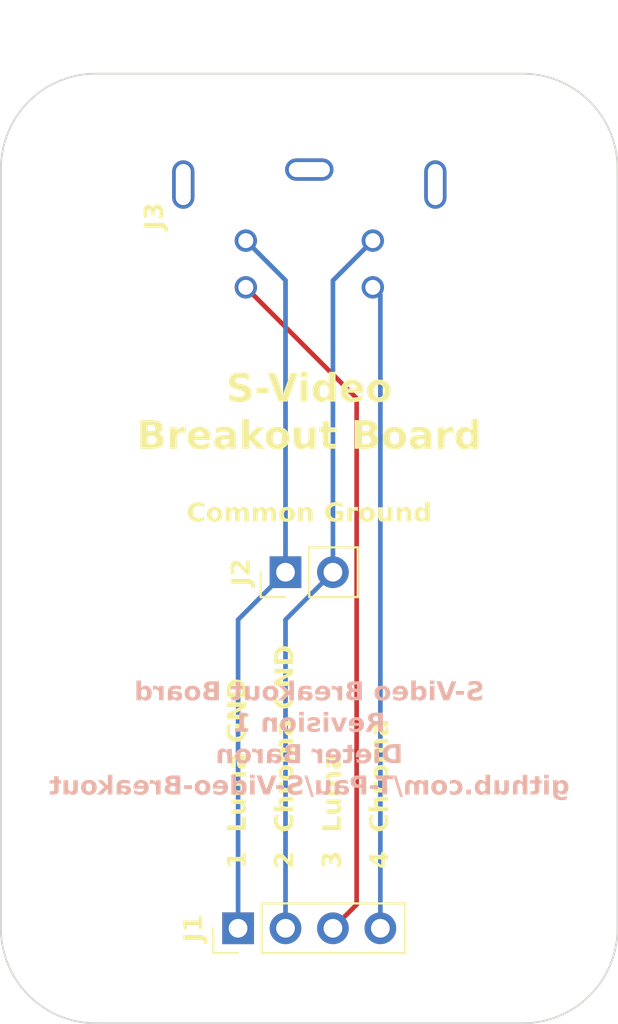
<source format=kicad_pcb>
(kicad_pcb (version 20241229) (generator "pcbnew") (generator_version "9.0")
  (layers (0 "F.Cu" signal) (2 "B.Cu" signal) (13 "F.Paste" user) (15 "B.Paste" user) (5 "F.SilkS" user "F.Silkscreen") (7 "B.SilkS" user "B.Silkscreen") (1 "F.Mask" user) (3 "B.Mask" user) (25 "Edge.Cuts" user))
  (net 0 "")
  (net 1 "/GND_LUMA")
  (net 2 "/GND_CHROMA")
  (net 3 "/LUMA")
  (net 4 "/CHROMA")
  (footprint "Connector_PinHeader_2.54mm:PinHeader_1x04_P2.54mm_Vertical" (layer "F.Cu") (at 86.36 104.14 90)
    (property "Reference" "J1" (at 0 -2.33 90) (layer "F.SilkS"))
    (property "Value" "Breakout")
    (fp_line (start -1.33 -1.33) (end 0 -1.33) (stroke (width 0.12)) (layer "F.SilkS"))
    (fp_line (start -1.33 0) (end -1.33 -1.33) (stroke (width 0.12)) (layer "F.SilkS"))
    (fp_line (start 1.33 1.27) (end 1.33 8.95) (stroke (width 0.12)) (layer "F.SilkS"))
    (fp_line (start -1.33 1.27) (end 1.33 1.27) (stroke (width 0.12)) (layer "F.SilkS"))
    (fp_line (start -1.33 1.27) (end -1.33 8.95) (stroke (width 0.12)) (layer "F.SilkS"))
    (fp_line (start -1.33 8.95) (end 1.33 8.95) (stroke (width 0.12)) (layer "F.SilkS"))
    (pad "1" thru_hole rect (at 0 0 90) (size 1.7 1.7) (drill 1) (layers "*.Cu" "*.Mask") (net 1 "/GND_LUMA"))
    (pad "2" thru_hole oval (at 0 2.54 90) (size 1.7 1.7) (drill 1) (layers "*.Cu" "*.Mask") (net 2 "/GND_CHROMA"))
    (pad "3" thru_hole oval (at 0 5.08 90) (size 1.7 1.7) (drill 1) (layers "*.Cu" "*.Mask") (net 3 "/LUMA"))
    (pad "4" thru_hole oval (at 0 7.62 90) (size 1.7 1.7) (drill 1) (layers "*.Cu" "*.Mask") (net 4 "/CHROMA"))
  )
  (footprint "T-Pau:Mini_DIN_round_4_canned" (layer "F.Cu") (at 90.175 58.85)
    (property "Reference" "J3" (at -8.26 7.19 90) (layer "F.SilkS"))
    (property "Value" "S-Video")
    (pad "1" thru_hole circle (at -3.4 8.5 90) (size 1.2 1.2) (drill 0.8) (layers "*.Cu" "*.Mask") (net 1 "/GND_LUMA"))
    (pad "2" thru_hole circle (at 3.4 8.5 90) (size 1.2 1.2) (drill 0.8) (layers "*.Cu" "*.Mask") (net 2 "/GND_CHROMA"))
    (pad "3" thru_hole circle (at -3.4 11 90) (size 1.2 1.2) (drill 0.8) (layers "*.Cu" "*.Mask") (net 3 "/LUMA"))
    (pad "4" thru_hole circle (at 3.4 11 90) (size 1.2 1.2) (drill 0.8) (layers "*.Cu" "*.Mask") (net 4 "/CHROMA"))
    (pad "SH" thru_hole roundrect (at -6.75 5.5 90) (size 2.6 1.2) (drill oval 2.2 0.8) (layers "*.Cu" "*.Mask") (roundrect_rratio 0.5))
    (pad "SH" thru_hole roundrect (at 0 4.7) (size 2.6 1.2) (drill oval 2.2 0.8) (layers "*.Cu" "*.Mask") (roundrect_rratio 0.5))
    (pad "SH" thru_hole roundrect (at 6.75 5.5 90) (size 2.6 1.2) (drill oval 2.2 0.8) (layers "*.Cu" "*.Mask") (roundrect_rratio 0.5))
  )
  (footprint "Connector_PinHeader_2.54mm:PinHeader_1x02_P2.54mm_Vertical" (layer "F.Cu") (at 88.9 85.09 90)
    (property "Reference" "J2" (at 0 -2.33 90) (layer "F.SilkS"))
    (property "Value" "GND")
    (fp_line (start -1.33 -1.33) (end 0 -1.33) (stroke (width 0.12)) (layer "F.SilkS"))
    (fp_line (start -1.33 0) (end -1.33 -1.33) (stroke (width 0.12)) (layer "F.SilkS"))
    (fp_line (start 1.33 1.27) (end 1.33 3.87) (stroke (width 0.12)) (layer "F.SilkS"))
    (fp_line (start -1.33 1.27) (end 1.33 1.27) (stroke (width 0.12)) (layer "F.SilkS"))
    (fp_line (start -1.33 1.27) (end -1.33 3.87) (stroke (width 0.12)) (layer "F.SilkS"))
    (fp_line (start -1.33 3.87) (end 1.33 3.87) (stroke (width 0.12)) (layer "F.SilkS"))
    (pad "1" thru_hole rect (at 0 0 90) (size 1.7 1.7) (drill 1) (layers "*.Cu" "*.Mask") (net 1 "/GND_LUMA"))
    (pad "2" thru_hole oval (at 0 2.54 90) (size 1.7 1.7) (drill 1) (layers "*.Cu" "*.Mask") (net 2 "/GND_CHROMA"))
  )
  (gr_line (start 73.66 104.14) (end 73.66 63.5) (stroke (width 0.1)) (layer "Edge.Cuts"))
  (gr_arc (start 78.74 109.22) (mid 75.147898 107.732102) (end 73.66 104.14) (stroke (width 0.1)) (layer "Edge.Cuts"))
  (gr_arc (start 106.68 104.14) (mid 105.192102 107.732102) (end 101.6 109.22) (stroke (width 0.1)) (layer "Edge.Cuts"))
  (gr_line (start 106.68 63.5) (end 106.68 104.14) (stroke (width 0.1)) (layer "Edge.Cuts"))
  (gr_arc (start 73.66 63.5) (mid 75.147898 59.907898) (end 78.74 58.42) (stroke (width 0.1)) (layer "Edge.Cuts"))
  (gr_line (start 101.6 109.22) (end 78.74 109.22) (stroke (width 0.1)) (layer "Edge.Cuts"))
  (gr_line (start 78.74 58.42) (end 101.6 58.42) (stroke (width 0.1)) (layer "Edge.Cuts"))
  (gr_arc (start 101.6 58.42) (mid 105.192102 59.907898) (end 106.68 63.5) (stroke (width 0.1)) (layer "Edge.Cuts"))
  (gr_text "Common Ground" (at 90.17 82.55 0) (layer "F.SilkS") (effects (font (size 1 1)) (justify bottom)))
  (gr_text "2  Chroma GND" (at 88.9 100.965 90) (layer "F.SilkS") (effects (font (size 1 1)) (justify left)))
  (gr_text "1  Luma GND" (at 86.36 100.965 90) (layer "F.SilkS") (effects (font (size 1 1)) (justify left)))
  (gr_text "S-Video\nBreakout Board" (at 90.17 78.74 0) (layer "F.SilkS") (effects (font (size 1.5 1.5)) (justify bottom)))
  (gr_text "3  Luma" (at 91.44 100.965 90) (layer "F.SilkS") (effects (font (size 1 1)) (justify left)))
  (gr_text "4  Chroma" (at 93.98 100.965 90) (layer "F.SilkS") (effects (font (size 1 1)) (justify left)))
  (gr_text "S-Video Breakout Board\nRevision 1\nDieter Baron\ngithub.com/T-Pau/S-Video-Breakout" (at 90.17 97.155 0) (layer "B.SilkS") (effects (font (size 1 1) (thickness 0.3) (bold yes)) (justify bottom mirror)))
  (segment (start 86.36 87.63) (end 88.9 85.09) (width 0.25) (layer "B.Cu") (net 1))
  (segment (start 88.9 69.475) (end 86.775 67.35) (width 0.25) (layer "B.Cu") (net 1))
  (segment (start 88.9 85.09) (end 88.9 69.475) (width 0.25) (layer "B.Cu") (net 1))
  (segment (start 86.36 104.14) (end 86.36 87.63) (width 0.25) (layer "B.Cu") (net 1))
  (segment (start 88.9 104.14) (end 88.9 87.63) (width 0.25) (layer "B.Cu") (net 2))
  (segment (start 88.9 87.63) (end 91.44 85.09) (width 0.25) (layer "B.Cu") (net 2))
  (segment (start 91.44 69.485) (end 93.575 67.35) (width 0.25) (layer "B.Cu") (net 2))
  (segment (start 91.44 85.09) (end 91.44 69.485) (width 0.25) (layer "B.Cu") (net 2))
  (segment (start 91.44 104.14) (end 92.71 102.87) (width 0.25) (layer "F.Cu") (net 3))
  (segment (start 92.71 75.785) (end 86.775 69.85) (width 0.25) (layer "F.Cu") (net 3))
  (segment (start 92.71 102.87) (end 92.71 75.785) (width 0.25) (layer "F.Cu") (net 3))
  (segment (start 93.98 104.14) (end 93.98 70.255) (width 0.25) (layer "B.Cu") (net 4))
  (segment (start 93.98 70.255) (end 93.575 69.85) (width 0.25) (layer "B.Cu") (net 4))
)
</source>
